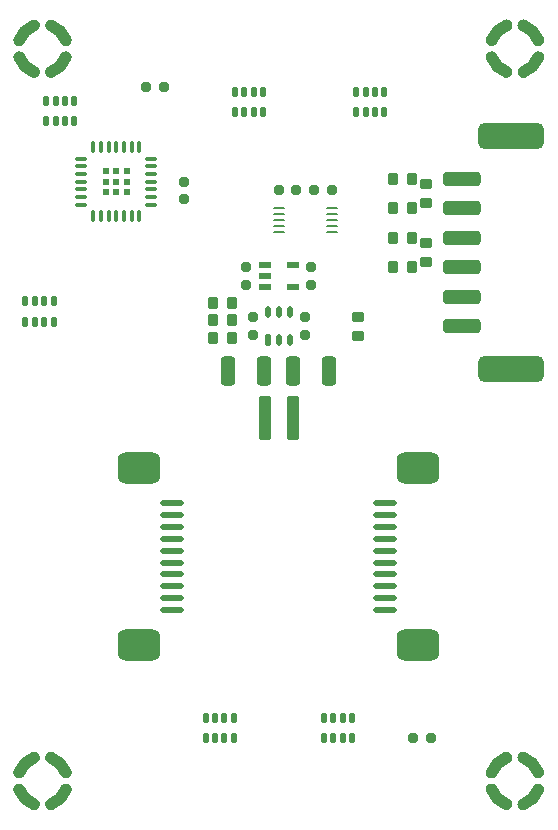
<source format=gtp>
G04*
G04 #@! TF.GenerationSoftware,Altium Limited,Altium Designer,18.0.7 (293)*
G04*
G04 Layer_Color=8421504*
%FSLAX25Y25*%
%MOIN*%
G70*
G01*
G75*
%ADD13C,0.03937*%
%ADD14R,0.02362X0.02362*%
G04:AMPARAMS|DCode=15|XSize=9.84mil|YSize=39.37mil|CornerRadius=4.92mil|HoleSize=0mil|Usage=FLASHONLY|Rotation=90.000|XOffset=0mil|YOffset=0mil|HoleType=Round|Shape=RoundedRectangle|*
%AMROUNDEDRECTD15*
21,1,0.00984,0.02953,0,0,90.0*
21,1,0.00000,0.03937,0,0,90.0*
1,1,0.00984,0.01476,0.00000*
1,1,0.00984,0.01476,0.00000*
1,1,0.00984,-0.01476,0.00000*
1,1,0.00984,-0.01476,0.00000*
%
%ADD15ROUNDEDRECTD15*%
G04:AMPARAMS|DCode=16|XSize=39.37mil|YSize=145.67mil|CornerRadius=3.94mil|HoleSize=0mil|Usage=FLASHONLY|Rotation=180.000|XOffset=0mil|YOffset=0mil|HoleType=Round|Shape=RoundedRectangle|*
%AMROUNDEDRECTD16*
21,1,0.03937,0.13780,0,0,180.0*
21,1,0.03150,0.14567,0,0,180.0*
1,1,0.00787,-0.01575,0.06890*
1,1,0.00787,0.01575,0.06890*
1,1,0.00787,0.01575,-0.06890*
1,1,0.00787,-0.01575,-0.06890*
%
%ADD16ROUNDEDRECTD16*%
G04:AMPARAMS|DCode=17|XSize=19.68mil|YSize=78.74mil|CornerRadius=9.84mil|HoleSize=0mil|Usage=FLASHONLY|Rotation=90.000|XOffset=0mil|YOffset=0mil|HoleType=Round|Shape=RoundedRectangle|*
%AMROUNDEDRECTD17*
21,1,0.01968,0.05906,0,0,90.0*
21,1,0.00000,0.07874,0,0,90.0*
1,1,0.01968,0.02953,0.00000*
1,1,0.01968,0.02953,0.00000*
1,1,0.01968,-0.02953,0.00000*
1,1,0.01968,-0.02953,0.00000*
%
%ADD17ROUNDEDRECTD17*%
G04:AMPARAMS|DCode=18|XSize=105.51mil|YSize=141.73mil|CornerRadius=26.38mil|HoleSize=0mil|Usage=FLASHONLY|Rotation=90.000|XOffset=0mil|YOffset=0mil|HoleType=Round|Shape=RoundedRectangle|*
%AMROUNDEDRECTD18*
21,1,0.10551,0.08898,0,0,90.0*
21,1,0.05276,0.14173,0,0,90.0*
1,1,0.05276,0.04449,0.02638*
1,1,0.05276,0.04449,-0.02638*
1,1,0.05276,-0.04449,-0.02638*
1,1,0.05276,-0.04449,0.02638*
%
%ADD18ROUNDEDRECTD18*%
G04:AMPARAMS|DCode=19|XSize=31.5mil|YSize=31.5mil|CornerRadius=7.87mil|HoleSize=0mil|Usage=FLASHONLY|Rotation=90.000|XOffset=0mil|YOffset=0mil|HoleType=Round|Shape=RoundedRectangle|*
%AMROUNDEDRECTD19*
21,1,0.03150,0.01575,0,0,90.0*
21,1,0.01575,0.03150,0,0,90.0*
1,1,0.01575,0.00787,0.00787*
1,1,0.01575,0.00787,-0.00787*
1,1,0.01575,-0.00787,-0.00787*
1,1,0.01575,-0.00787,0.00787*
%
%ADD19ROUNDEDRECTD19*%
G04:AMPARAMS|DCode=20|XSize=31.5mil|YSize=31.5mil|CornerRadius=7.87mil|HoleSize=0mil|Usage=FLASHONLY|Rotation=0.000|XOffset=0mil|YOffset=0mil|HoleType=Round|Shape=RoundedRectangle|*
%AMROUNDEDRECTD20*
21,1,0.03150,0.01575,0,0,0.0*
21,1,0.01575,0.03150,0,0,0.0*
1,1,0.01575,0.00787,-0.00787*
1,1,0.01575,-0.00787,-0.00787*
1,1,0.01575,-0.00787,0.00787*
1,1,0.01575,0.00787,0.00787*
%
%ADD20ROUNDEDRECTD20*%
G04:AMPARAMS|DCode=21|XSize=39.37mil|YSize=35.43mil|CornerRadius=8.86mil|HoleSize=0mil|Usage=FLASHONLY|Rotation=270.000|XOffset=0mil|YOffset=0mil|HoleType=Round|Shape=RoundedRectangle|*
%AMROUNDEDRECTD21*
21,1,0.03937,0.01772,0,0,270.0*
21,1,0.02165,0.03543,0,0,270.0*
1,1,0.01772,-0.00886,-0.01083*
1,1,0.01772,-0.00886,0.01083*
1,1,0.01772,0.00886,0.01083*
1,1,0.01772,0.00886,-0.01083*
%
%ADD21ROUNDEDRECTD21*%
G04:AMPARAMS|DCode=22|XSize=39.37mil|YSize=35.43mil|CornerRadius=8.86mil|HoleSize=0mil|Usage=FLASHONLY|Rotation=180.000|XOffset=0mil|YOffset=0mil|HoleType=Round|Shape=RoundedRectangle|*
%AMROUNDEDRECTD22*
21,1,0.03937,0.01772,0,0,180.0*
21,1,0.02165,0.03543,0,0,180.0*
1,1,0.01772,-0.01083,0.00886*
1,1,0.01772,0.01083,0.00886*
1,1,0.01772,0.01083,-0.00886*
1,1,0.01772,-0.01083,-0.00886*
%
%ADD22ROUNDEDRECTD22*%
%ADD23O,0.01968X0.03937*%
G04:AMPARAMS|DCode=24|XSize=39.37mil|YSize=19.68mil|CornerRadius=4.92mil|HoleSize=0mil|Usage=FLASHONLY|Rotation=90.000|XOffset=0mil|YOffset=0mil|HoleType=Round|Shape=RoundedRectangle|*
%AMROUNDEDRECTD24*
21,1,0.03937,0.00984,0,0,90.0*
21,1,0.02953,0.01968,0,0,90.0*
1,1,0.00984,0.00492,0.01476*
1,1,0.00984,0.00492,-0.01476*
1,1,0.00984,-0.00492,-0.01476*
1,1,0.00984,-0.00492,0.01476*
%
%ADD24ROUNDEDRECTD24*%
G04:AMPARAMS|DCode=25|XSize=47.24mil|YSize=125.98mil|CornerRadius=11.81mil|HoleSize=0mil|Usage=FLASHONLY|Rotation=90.000|XOffset=0mil|YOffset=0mil|HoleType=Round|Shape=RoundedRectangle|*
%AMROUNDEDRECTD25*
21,1,0.04724,0.10236,0,0,90.0*
21,1,0.02362,0.12598,0,0,90.0*
1,1,0.02362,0.05118,0.01181*
1,1,0.02362,0.05118,-0.01181*
1,1,0.02362,-0.05118,-0.01181*
1,1,0.02362,-0.05118,0.01181*
%
%ADD25ROUNDEDRECTD25*%
G04:AMPARAMS|DCode=26|XSize=86.61mil|YSize=220.47mil|CornerRadius=21.65mil|HoleSize=0mil|Usage=FLASHONLY|Rotation=90.000|XOffset=0mil|YOffset=0mil|HoleType=Round|Shape=RoundedRectangle|*
%AMROUNDEDRECTD26*
21,1,0.08661,0.17717,0,0,90.0*
21,1,0.04331,0.22047,0,0,90.0*
1,1,0.04331,0.08858,0.02165*
1,1,0.04331,0.08858,-0.02165*
1,1,0.04331,-0.08858,-0.02165*
1,1,0.04331,-0.08858,0.02165*
%
%ADD26ROUNDEDRECTD26*%
G04:AMPARAMS|DCode=27|XSize=17.72mil|YSize=35.43mil|CornerRadius=4.43mil|HoleSize=0mil|Usage=FLASHONLY|Rotation=0.000|XOffset=0mil|YOffset=0mil|HoleType=Round|Shape=RoundedRectangle|*
%AMROUNDEDRECTD27*
21,1,0.01772,0.02657,0,0,0.0*
21,1,0.00886,0.03543,0,0,0.0*
1,1,0.00886,0.00443,-0.01329*
1,1,0.00886,-0.00443,-0.01329*
1,1,0.00886,-0.00443,0.01329*
1,1,0.00886,0.00443,0.01329*
%
%ADD27ROUNDEDRECTD27*%
G04:AMPARAMS|DCode=28|XSize=13.78mil|YSize=43.31mil|CornerRadius=6.89mil|HoleSize=0mil|Usage=FLASHONLY|Rotation=90.000|XOffset=0mil|YOffset=0mil|HoleType=Round|Shape=RoundedRectangle|*
%AMROUNDEDRECTD28*
21,1,0.01378,0.02953,0,0,90.0*
21,1,0.00000,0.04331,0,0,90.0*
1,1,0.01378,0.01476,0.00000*
1,1,0.01378,0.01476,0.00000*
1,1,0.01378,-0.01476,0.00000*
1,1,0.01378,-0.01476,0.00000*
%
%ADD28ROUNDEDRECTD28*%
G04:AMPARAMS|DCode=29|XSize=13.78mil|YSize=43.31mil|CornerRadius=6.89mil|HoleSize=0mil|Usage=FLASHONLY|Rotation=180.000|XOffset=0mil|YOffset=0mil|HoleType=Round|Shape=RoundedRectangle|*
%AMROUNDEDRECTD29*
21,1,0.01378,0.02953,0,0,180.0*
21,1,0.00000,0.04331,0,0,180.0*
1,1,0.01378,0.00000,0.01476*
1,1,0.01378,0.00000,0.01476*
1,1,0.01378,0.00000,-0.01476*
1,1,0.01378,0.00000,-0.01476*
%
%ADD29ROUNDEDRECTD29*%
G04:AMPARAMS|DCode=30|XSize=98.43mil|YSize=47.24mil|CornerRadius=11.81mil|HoleSize=0mil|Usage=FLASHONLY|Rotation=270.000|XOffset=0mil|YOffset=0mil|HoleType=Round|Shape=RoundedRectangle|*
%AMROUNDEDRECTD30*
21,1,0.09843,0.02362,0,0,270.0*
21,1,0.07480,0.04724,0,0,270.0*
1,1,0.02362,-0.01181,-0.03740*
1,1,0.02362,-0.01181,0.03740*
1,1,0.02362,0.01181,0.03740*
1,1,0.02362,0.01181,-0.03740*
%
%ADD30ROUNDEDRECTD30*%
G04:AMPARAMS|DCode=31|XSize=21.65mil|YSize=43.31mil|CornerRadius=5.41mil|HoleSize=0mil|Usage=FLASHONLY|Rotation=90.000|XOffset=0mil|YOffset=0mil|HoleType=Round|Shape=RoundedRectangle|*
%AMROUNDEDRECTD31*
21,1,0.02165,0.03248,0,0,90.0*
21,1,0.01083,0.04331,0,0,90.0*
1,1,0.01083,0.01624,0.00541*
1,1,0.01083,0.01624,-0.00541*
1,1,0.01083,-0.01624,-0.00541*
1,1,0.01083,-0.01624,0.00541*
%
%ADD31ROUNDEDRECTD31*%
D13*
X180998Y262670D02*
G03*
X176056Y267612I-7769J-2828D01*
G01*
X170401D02*
G03*
X165459Y262670I2828J-7769D01*
G01*
Y257015D02*
G03*
X170401Y252073I7769J2828D01*
G01*
X176056D02*
G03*
X180998Y257015I-2828J7769D01*
G01*
X23517Y18576D02*
G03*
X18576Y23517I-7769J-2828D01*
G01*
X12920D02*
G03*
X7979Y18576I2828J-7769D01*
G01*
Y12920D02*
G03*
X12920Y7979I7769J2828D01*
G01*
X18576D02*
G03*
X23517Y12920I-2828J7769D01*
G01*
X180998Y18576D02*
G03*
X176056Y23517I-7769J-2828D01*
G01*
X170401D02*
G03*
X165459Y18576I2828J-7769D01*
G01*
Y12920D02*
G03*
X170401Y7979I7769J2828D01*
G01*
X176056D02*
G03*
X180998Y12920I-2828J7769D01*
G01*
X23517Y262670D02*
G03*
X18576Y267612I-7769J-2828D01*
G01*
X12920D02*
G03*
X7979Y262670I2828J-7769D01*
G01*
Y257015D02*
G03*
X12920Y252073I7769J2828D01*
G01*
X18576D02*
G03*
X23517Y257015I-2828J7769D01*
G01*
D14*
X43898Y212008D02*
D03*
X40354Y212008D02*
D03*
X36811Y212008D02*
D03*
X43898Y219094D02*
D03*
X43898Y215551D02*
D03*
X36811D02*
D03*
X36811Y219094D02*
D03*
X40354Y219094D02*
D03*
X40354Y215551D02*
D03*
D15*
X94488Y206693D02*
D03*
Y204724D02*
D03*
Y202756D02*
D03*
Y200787D02*
D03*
Y198819D02*
D03*
X112205D02*
D03*
Y200787D02*
D03*
Y202756D02*
D03*
Y204724D02*
D03*
Y206693D02*
D03*
D16*
X99213Y136811D02*
D03*
X89764D02*
D03*
D17*
X129921Y88583D02*
D03*
Y84646D02*
D03*
Y80709D02*
D03*
Y76772D02*
D03*
Y72835D02*
D03*
Y92520D02*
D03*
Y96457D02*
D03*
Y100394D02*
D03*
Y104331D02*
D03*
Y108268D02*
D03*
X59055Y72835D02*
D03*
Y76772D02*
D03*
Y80709D02*
D03*
Y84646D02*
D03*
Y88583D02*
D03*
Y108268D02*
D03*
Y104331D02*
D03*
Y100394D02*
D03*
Y96457D02*
D03*
Y92520D02*
D03*
D18*
X140945Y61063D02*
D03*
Y120039D02*
D03*
X48031Y61063D02*
D03*
Y120039D02*
D03*
D19*
X56102Y247047D02*
D03*
X50197D02*
D03*
X145173Y30022D02*
D03*
X139267D02*
D03*
X100394Y212598D02*
D03*
X94488D02*
D03*
X106299D02*
D03*
X112205D02*
D03*
D20*
X105315Y181102D02*
D03*
Y187008D02*
D03*
X83661Y181102D02*
D03*
Y187008D02*
D03*
X62992Y215551D02*
D03*
Y209646D02*
D03*
X103347Y170276D02*
D03*
Y164370D02*
D03*
X85827Y164370D02*
D03*
Y170276D02*
D03*
D21*
X132677Y216535D02*
D03*
X138976D02*
D03*
X132677Y196850D02*
D03*
X138976D02*
D03*
Y206693D02*
D03*
X132677D02*
D03*
X138976Y187008D02*
D03*
X132677D02*
D03*
X72638Y175197D02*
D03*
X78937D02*
D03*
X72638Y169291D02*
D03*
X78937D02*
D03*
X72638Y163386D02*
D03*
X78937D02*
D03*
D22*
X143701Y214764D02*
D03*
Y208465D02*
D03*
Y195079D02*
D03*
Y188779D02*
D03*
X121063Y164173D02*
D03*
Y170472D02*
D03*
D23*
X98228Y172047D02*
D03*
X94488D02*
D03*
X90748D02*
D03*
X98228Y162598D02*
D03*
X94488D02*
D03*
D24*
X90748D02*
D03*
D25*
X155512Y177165D02*
D03*
Y167323D02*
D03*
Y187008D02*
D03*
Y196850D02*
D03*
Y206693D02*
D03*
Y216535D02*
D03*
D26*
X172047Y153150D02*
D03*
Y230709D02*
D03*
D27*
X16929Y235827D02*
D03*
X20079D02*
D03*
X23228D02*
D03*
X26378D02*
D03*
Y242520D02*
D03*
X23228D02*
D03*
X20079D02*
D03*
X16929D02*
D03*
X19488Y175591D02*
D03*
X16339D02*
D03*
X13189D02*
D03*
X10039D02*
D03*
Y168898D02*
D03*
X13189D02*
D03*
X16339D02*
D03*
X19488D02*
D03*
X89370Y245472D02*
D03*
X86221D02*
D03*
X83071D02*
D03*
X79921D02*
D03*
Y238779D02*
D03*
X83071D02*
D03*
X86221D02*
D03*
X89370D02*
D03*
X70079Y30118D02*
D03*
X73228D02*
D03*
X76378D02*
D03*
X79528D02*
D03*
Y36811D02*
D03*
X76378D02*
D03*
X73228D02*
D03*
X70079D02*
D03*
X109449Y30118D02*
D03*
X112598D02*
D03*
X115748D02*
D03*
X118898D02*
D03*
Y36811D02*
D03*
X115748D02*
D03*
X112598D02*
D03*
X109449D02*
D03*
X129724Y245472D02*
D03*
X126575D02*
D03*
X123425D02*
D03*
X120276D02*
D03*
Y238779D02*
D03*
X123425D02*
D03*
X126575D02*
D03*
X129724D02*
D03*
D28*
X28740Y223228D02*
D03*
Y220669D02*
D03*
Y218110D02*
D03*
Y215551D02*
D03*
Y212992D02*
D03*
Y210433D02*
D03*
Y207874D02*
D03*
X51968Y223228D02*
D03*
Y220669D02*
D03*
Y218110D02*
D03*
Y215551D02*
D03*
Y212992D02*
D03*
Y210433D02*
D03*
Y207874D02*
D03*
D29*
X48031Y203937D02*
D03*
X45472D02*
D03*
X42913D02*
D03*
X40354D02*
D03*
X37795D02*
D03*
X35236D02*
D03*
X32677D02*
D03*
X48031Y227165D02*
D03*
X45472D02*
D03*
X42913D02*
D03*
X40354D02*
D03*
X37795D02*
D03*
X35236D02*
D03*
X32677D02*
D03*
D30*
X111327Y152559D02*
D03*
X99303D02*
D03*
X77650D02*
D03*
X89673D02*
D03*
D31*
X99213Y187795D02*
D03*
Y180315D02*
D03*
X89764D02*
D03*
Y184055D02*
D03*
Y187795D02*
D03*
M02*

</source>
